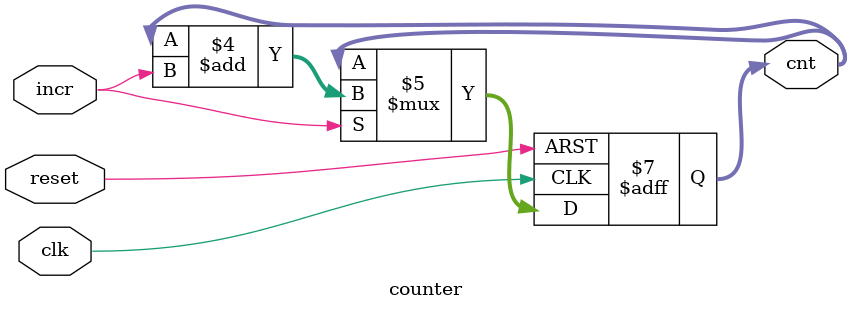
<source format=sv>
module counter
#(
  parameter FEATURE_ROWS=6,
  parameter FEATURE_WIDTH=$clog2(FEATURE_ROWS)
)
(
  input logic incr,
  input logic clk,
  input logic reset,
  output logic [FEATURE_WIDTH-1:0] cnt
);
 
  //logic [FEATURE_WIDTH-1:0] cnt_reg;  

  always@(posedge clk or posedge reset)begin
	if(reset==1'b1)begin
		cnt<=3'b0;
	end
	else begin
		if(incr==1'b1)begin
			cnt<=cnt+incr;
		end
	end
  end
endmodule

</source>
